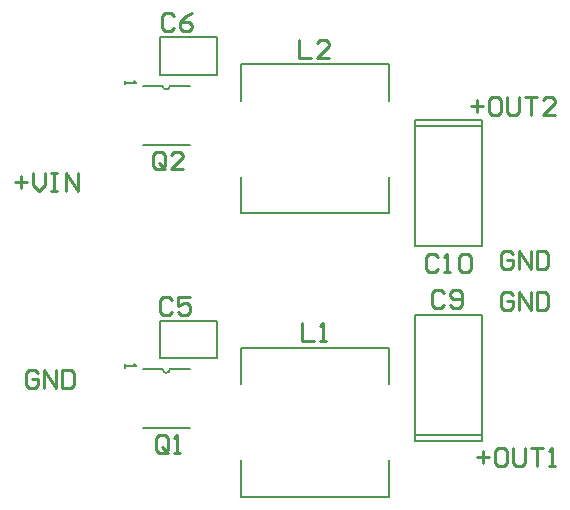
<source format=gto>
G04*
G04 #@! TF.GenerationSoftware,Altium Limited,Altium Designer,19.0.13 (425)*
G04*
G04 Layer_Color=65535*
%FSLAX44Y44*%
%MOMM*%
G71*
G01*
G75*
%ADD10C,0.2000*%
%ADD11C,0.2540*%
D10*
X143825Y175000D02*
G03*
X150175Y175000I3175J0D01*
G01*
X143825Y415000D02*
G03*
X150175Y415000I3175J0D01*
G01*
X127000Y175000D02*
X143825D01*
X150175D02*
X167000D01*
X127000Y125000D02*
X167000D01*
X127000Y365000D02*
X167000D01*
X150175Y415000D02*
X167000D01*
X127000D02*
X143825D01*
X210000Y193000D02*
X336000D01*
X210000Y67000D02*
X336000D01*
Y98000D01*
Y162000D02*
Y193000D01*
X210000Y67000D02*
Y98000D01*
Y162000D02*
Y193000D01*
X142000Y184000D02*
X190000D01*
Y216000D01*
X142000D02*
X190000D01*
X142000Y184000D02*
Y216000D01*
Y456000D02*
X190000D01*
X142000Y424000D02*
Y456000D01*
Y424000D02*
X190000D01*
Y456000D01*
X414000Y114000D02*
Y119000D01*
X358000Y114000D02*
Y119000D01*
Y114000D02*
X414000D01*
Y119000D02*
Y221000D01*
X358000D02*
X414000D01*
X358000Y119000D02*
Y221000D01*
Y119000D02*
X414000D01*
X358000Y381000D02*
Y386000D01*
X414000Y381000D02*
Y386000D01*
X358000D02*
X414000D01*
X358000Y279000D02*
Y381000D01*
Y279000D02*
X414000D01*
Y381000D01*
X358000D02*
X414000D01*
X210000Y307000D02*
X336000D01*
X210000Y433000D02*
X336000D01*
X210000Y402000D02*
Y433000D01*
Y307000D02*
Y338000D01*
X336000Y402000D02*
Y433000D01*
Y307000D02*
Y338000D01*
X112000Y179000D02*
Y176001D01*
Y177500D01*
X120997D01*
X119498Y179000D01*
X112000Y419000D02*
Y416001D01*
Y417500D01*
X120997D01*
X119498Y419000D01*
D11*
X405000Y397617D02*
X415157D01*
X410078Y402696D02*
Y392539D01*
X427853Y405235D02*
X422774D01*
X420235Y402696D01*
Y392539D01*
X422774Y390000D01*
X427853D01*
X430392Y392539D01*
Y402696D01*
X427853Y405235D01*
X435470D02*
Y392539D01*
X438009Y390000D01*
X443088D01*
X445627Y392539D01*
Y405235D01*
X450705D02*
X460862D01*
X455784D01*
Y390000D01*
X476097D02*
X465940D01*
X476097Y400157D01*
Y402696D01*
X473558Y405235D01*
X468479D01*
X465940Y402696D01*
X410000Y100618D02*
X420157D01*
X415078Y105696D02*
Y95539D01*
X432853Y108235D02*
X427774D01*
X425235Y105696D01*
Y95539D01*
X427774Y93000D01*
X432853D01*
X435392Y95539D01*
Y105696D01*
X432853Y108235D01*
X440470D02*
Y95539D01*
X443009Y93000D01*
X448088D01*
X450627Y95539D01*
Y108235D01*
X455705D02*
X465862D01*
X460784D01*
Y93000D01*
X470940D02*
X476019D01*
X473479D01*
Y108235D01*
X470940Y105696D01*
X440157Y237696D02*
X437617Y240235D01*
X432539D01*
X430000Y237696D01*
Y227539D01*
X432539Y225000D01*
X437617D01*
X440157Y227539D01*
Y232617D01*
X435078D01*
X445235Y225000D02*
Y240235D01*
X455392Y225000D01*
Y240235D01*
X460470D02*
Y225000D01*
X468088D01*
X470627Y227539D01*
Y237696D01*
X468088Y240235D01*
X460470D01*
X440157Y272696D02*
X437617Y275235D01*
X432539D01*
X430000Y272696D01*
Y262539D01*
X432539Y260000D01*
X437617D01*
X440157Y262539D01*
Y267617D01*
X435078D01*
X445235Y260000D02*
Y275235D01*
X455392Y260000D01*
Y275235D01*
X460470D02*
Y260000D01*
X468088D01*
X470627Y262539D01*
Y272696D01*
X468088Y275235D01*
X460470D01*
X38157Y171696D02*
X35617Y174235D01*
X30539D01*
X28000Y171696D01*
Y161539D01*
X30539Y159000D01*
X35617D01*
X38157Y161539D01*
Y166618D01*
X33078D01*
X43235Y159000D02*
Y174235D01*
X53392Y159000D01*
Y174235D01*
X58470D02*
Y159000D01*
X66088D01*
X68627Y161539D01*
Y171696D01*
X66088Y174235D01*
X58470D01*
X19000Y333618D02*
X29157D01*
X24078Y338696D02*
Y328539D01*
X34235Y341235D02*
Y331078D01*
X39313Y326000D01*
X44392Y331078D01*
Y341235D01*
X49470D02*
X54549D01*
X52009D01*
Y326000D01*
X49470D01*
X54549D01*
X62166D02*
Y341235D01*
X72323Y326000D01*
Y341235D01*
X262000Y214235D02*
Y199000D01*
X272157D01*
X277235D02*
X282313D01*
X279774D01*
Y214235D01*
X277235Y211696D01*
X148157Y106539D02*
Y116696D01*
X145618Y119235D01*
X140539D01*
X138000Y116696D01*
Y106539D01*
X140539Y104000D01*
X145618D01*
X143078Y109078D02*
X148157Y104000D01*
X145618D02*
X148157Y106539D01*
X153235Y104000D02*
X158313D01*
X155774D01*
Y119235D01*
X153235Y116696D01*
X152157Y233696D02*
X149618Y236235D01*
X144539D01*
X142000Y233696D01*
Y223539D01*
X144539Y221000D01*
X149618D01*
X152157Y223539D01*
X167392Y236235D02*
X157235D01*
Y228617D01*
X162313Y231157D01*
X164853D01*
X167392Y228617D01*
Y223539D01*
X164853Y221000D01*
X159774D01*
X157235Y223539D01*
X153157Y473696D02*
X150618Y476235D01*
X145539D01*
X143000Y473696D01*
Y463539D01*
X145539Y461000D01*
X150618D01*
X153157Y463539D01*
X168392Y476235D02*
X163313Y473696D01*
X158235Y468618D01*
Y463539D01*
X160774Y461000D01*
X165853D01*
X168392Y463539D01*
Y466078D01*
X165853Y468618D01*
X158235D01*
X146157Y346539D02*
Y356696D01*
X143617Y359235D01*
X138539D01*
X136000Y356696D01*
Y346539D01*
X138539Y344000D01*
X143617D01*
X141078Y349078D02*
X146157Y344000D01*
X143617D02*
X146157Y346539D01*
X161392Y344000D02*
X151235D01*
X161392Y354157D01*
Y356696D01*
X158853Y359235D01*
X153774D01*
X151235Y356696D01*
X382157Y239687D02*
X379618Y242226D01*
X374539D01*
X372000Y239687D01*
Y229530D01*
X374539Y226991D01*
X379618D01*
X382157Y229530D01*
X387235D02*
X389774Y226991D01*
X394853D01*
X397392Y229530D01*
Y239687D01*
X394853Y242226D01*
X389774D01*
X387235Y239687D01*
Y237148D01*
X389774Y234609D01*
X397392D01*
X377157Y269696D02*
X374618Y272235D01*
X369539D01*
X367000Y269696D01*
Y259539D01*
X369539Y257000D01*
X374618D01*
X377157Y259539D01*
X382235Y257000D02*
X387313D01*
X384774D01*
Y272235D01*
X382235Y269696D01*
X394931D02*
X397470Y272235D01*
X402548D01*
X405088Y269696D01*
Y259539D01*
X402548Y257000D01*
X397470D01*
X394931Y259539D01*
Y269696D01*
X259598Y453235D02*
Y438000D01*
X269755D01*
X284990D02*
X274833D01*
X284990Y448157D01*
Y450696D01*
X282451Y453235D01*
X277372D01*
X274833Y450696D01*
M02*

</source>
